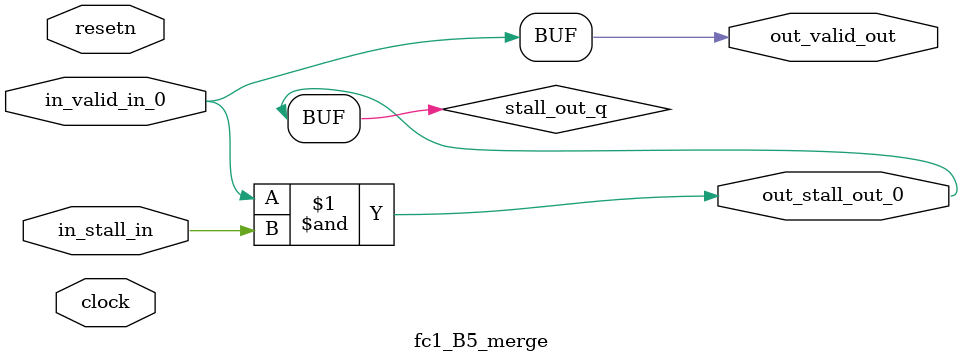
<source format=sv>



(* altera_attribute = "-name AUTO_SHIFT_REGISTER_RECOGNITION OFF; -name MESSAGE_DISABLE 10036; -name MESSAGE_DISABLE 10037; -name MESSAGE_DISABLE 14130; -name MESSAGE_DISABLE 14320; -name MESSAGE_DISABLE 15400; -name MESSAGE_DISABLE 14130; -name MESSAGE_DISABLE 10036; -name MESSAGE_DISABLE 12020; -name MESSAGE_DISABLE 12030; -name MESSAGE_DISABLE 12010; -name MESSAGE_DISABLE 12110; -name MESSAGE_DISABLE 14320; -name MESSAGE_DISABLE 13410; -name MESSAGE_DISABLE 113007; -name MESSAGE_DISABLE 10958" *)
module fc1_B5_merge (
    input wire [0:0] in_stall_in,
    input wire [0:0] in_valid_in_0,
    output wire [0:0] out_stall_out_0,
    output wire [0:0] out_valid_out,
    input wire clock,
    input wire resetn
    );

    wire [0:0] stall_out_q;


    // stall_out(LOGICAL,6)
    assign stall_out_q = in_valid_in_0 & in_stall_in;

    // out_stall_out_0(GPOUT,4)
    assign out_stall_out_0 = stall_out_q;

    // out_valid_out(GPOUT,5)
    assign out_valid_out = in_valid_in_0;

endmodule

</source>
